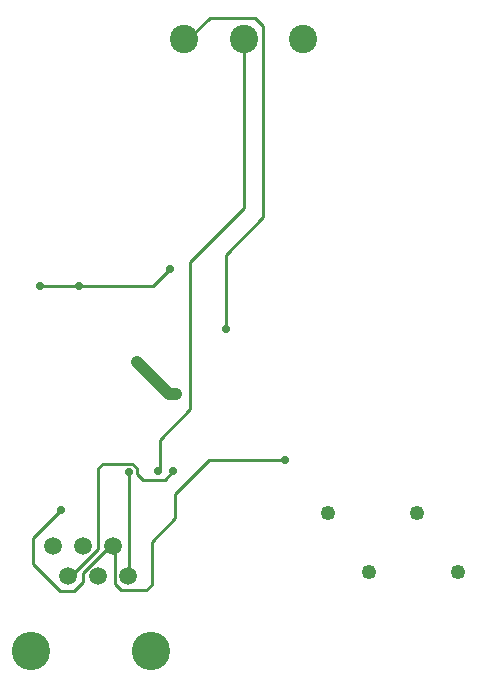
<source format=gbl>
%FSLAX44Y44*%
%MOMM*%
G71*
G01*
G75*
G04 Layer_Physical_Order=2*
G04 Layer_Color=16711680*
%ADD10R,0.8000X0.9000*%
%ADD11R,0.9000X0.8000*%
%ADD12R,1.5000X0.8000*%
%ADD13R,0.8000X1.5000*%
%ADD14R,1.1000X1.2500*%
G04:AMPARAMS|DCode=15|XSize=1.25mm|YSize=1.1mm|CornerRadius=0.275mm|HoleSize=0mm|Usage=FLASHONLY|Rotation=90.000|XOffset=0mm|YOffset=0mm|HoleType=Round|Shape=RoundedRectangle|*
%AMROUNDEDRECTD15*
21,1,1.2500,0.5500,0,0,90.0*
21,1,0.7000,1.1000,0,0,90.0*
1,1,0.5500,0.2750,0.3500*
1,1,0.5500,0.2750,-0.3500*
1,1,0.5500,-0.2750,-0.3500*
1,1,0.5500,-0.2750,0.3500*
%
%ADD15ROUNDEDRECTD15*%
%ADD16R,1.6800X1.5600*%
%ADD17R,0.8000X0.8000*%
%ADD18R,0.8000X0.8000*%
%ADD19R,0.7000X0.9500*%
%ADD20R,5.6000X5.6000*%
%ADD21R,2.0000X1.2000*%
%ADD22R,5.5000X2.0000*%
%ADD23R,0.3000X0.8500*%
%ADD24R,0.8500X0.3000*%
%ADD25C,0.2540*%
%ADD26C,1.0000*%
%ADD27C,1.2500*%
%ADD28C,2.4000*%
%ADD29C,3.2500*%
%ADD30C,1.5000*%
%ADD31C,0.7000*%
D25*
X125000Y332000D02*
X139500Y346500D01*
X46750Y74250D02*
X58250D01*
X24000Y97000D02*
X46750Y74250D01*
X24000Y97000D02*
Y118750D01*
X66000Y88851D02*
X88959Y111810D01*
X66000Y82000D02*
Y88851D01*
X58250Y74250D02*
X66000Y82000D01*
X24000Y118750D02*
X47500Y142250D01*
X88959Y111810D02*
X91490D01*
X79000Y109489D02*
Y178000D01*
X55921Y86410D02*
X79000Y109489D01*
X63000Y332000D02*
X125000D01*
X218750Y390750D02*
Y552000D01*
X211250Y559500D02*
X218750Y552000D01*
X173750Y559500D02*
X211250D01*
X155270Y541020D02*
X173750Y559500D01*
X187250Y295500D02*
Y358250D01*
X186750Y358750D02*
X187250Y358250D01*
X186750Y358750D02*
X218750Y390750D01*
X135230Y168230D02*
X142259Y175259D01*
X151930Y541020D02*
X155270D01*
X201930Y398180D02*
Y541020D01*
X143980Y135730D02*
Y155980D01*
X124000Y115750D02*
X143980Y135730D01*
X124000Y79280D02*
Y115750D01*
X91490Y111810D02*
X93420D01*
X82770Y181770D02*
X107804D01*
X79000Y178000D02*
X82770Y181770D01*
X111770Y173230D02*
X116770Y168230D01*
X111770Y173230D02*
Y177804D01*
X107804Y181770D02*
X111770Y177804D01*
X116770Y168230D02*
X135230D01*
X30000Y332000D02*
X63000D01*
X105000Y87220D02*
Y175000D01*
X93420Y79580D02*
Y111810D01*
Y79580D02*
X98000Y75000D01*
X119720D01*
X124000Y79280D01*
X143980Y155980D02*
X173000Y185000D01*
X237000D01*
X156500Y352750D02*
X201930Y398180D01*
X130946Y175250D02*
Y202195D01*
X156500Y227750D01*
Y352750D01*
D26*
X112000Y268000D02*
X139000Y241000D01*
X145000D01*
D27*
X383499Y89999D02*
D03*
X348499Y139999D02*
D03*
X273499D02*
D03*
X308499Y89999D02*
D03*
D28*
X251930Y541020D02*
D03*
X201930D02*
D03*
X151930D02*
D03*
D29*
X123190Y22810D02*
D03*
X21590D02*
D03*
D30*
X66090Y111810D02*
D03*
X78790Y86410D02*
D03*
X53390D02*
D03*
X40690Y111810D02*
D03*
X91490D02*
D03*
X104190Y86410D02*
D03*
D31*
X47500Y142250D02*
D03*
X139500Y346500D02*
D03*
X187250Y295500D02*
D03*
X142259Y175259D02*
D03*
X129500Y175250D02*
D03*
X112000Y268000D02*
D03*
X145000Y241000D02*
D03*
X237000Y185000D02*
D03*
X30000Y332000D02*
D03*
X105000Y175000D02*
D03*
X63000Y332000D02*
D03*
M02*

</source>
